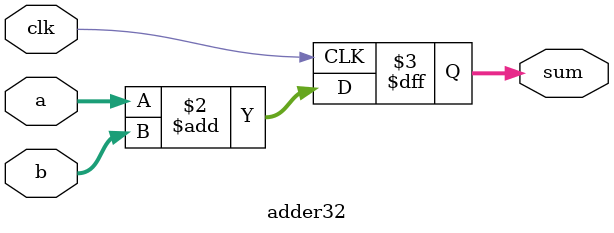
<source format=v>
module adder32(a, b, clk, sum);
    input [31:0] a, b;
    input clk;
    output reg [31:0] sum;

    always @(posedge clk) begin
        sum <= a + b;
    end
endmodule
</source>
